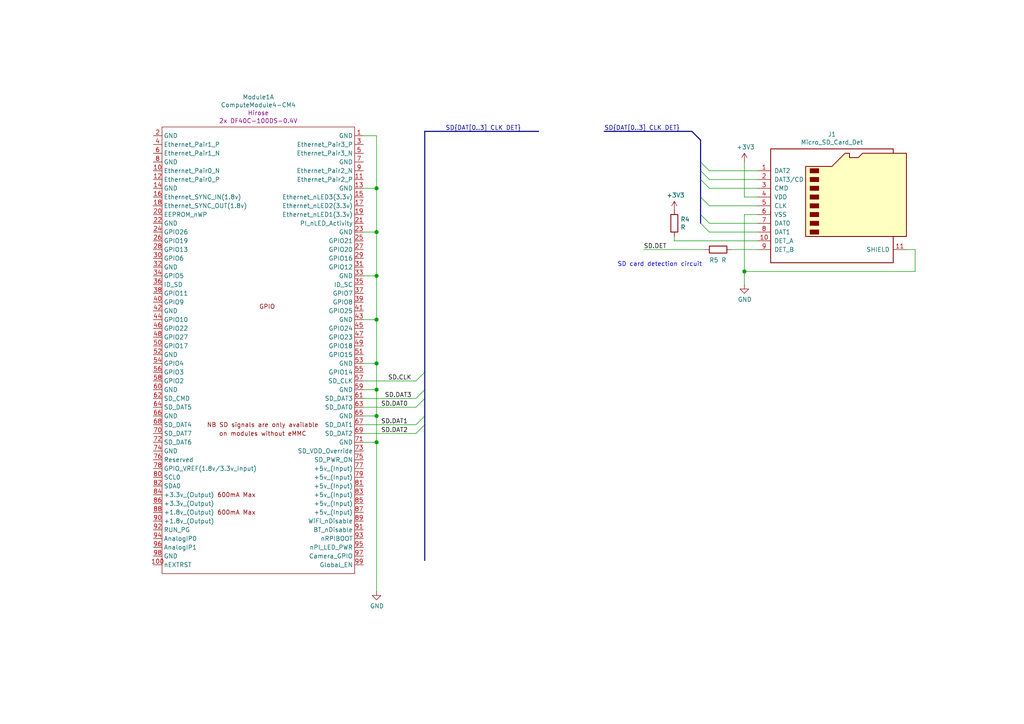
<source format=kicad_sch>
(kicad_sch (version 20201015) (generator eeschema)
  (paper "A4")
  (lib_symbols
    (symbol "Connector:Micro_SD_Card_Det" (pin_names (offset 1.016))
      (property "Reference" "J" (at -16.51 17.78 0))
      (property "Value" "Micro_SD_Card_Det" (at 16.51 17.78 0))
      (symbol "Micro_SD_Card_Det_0_1"
        (rectangle (start -7.62 -6.985) (end -5.08 -8.255) (fill (type outline)))
        (rectangle (start -7.62 -4.445) (end -5.08 -5.715) (fill (type outline)))
        (rectangle (start -7.62 -1.905) (end -5.08 -3.175) (fill (type outline)))
        (rectangle (start -7.62 0.635) (end -5.08 -0.635) (fill (type outline)))
        (rectangle (start -7.62 3.175) (end -5.08 1.905) (fill (type outline)))
        (rectangle (start -7.62 5.715) (end -5.08 4.445) (fill (type outline)))
        (rectangle (start -7.62 8.255) (end -5.08 6.985) (fill (type outline)))
        (rectangle (start -7.62 10.795) (end -5.08 9.525) (fill (type outline)))
        (polyline (pts (xy 16.51 15.24) (xy 16.51 16.51) (xy -19.05 16.51) (xy -19.05 -16.51) (xy 16.51 -16.51) (xy 16.51 -8.89)) (stroke (width 0.254)))
        (polyline (pts (xy -8.89 -8.89) (xy -8.89 11.43) (xy -1.27 11.43) (xy 2.54 15.24) (xy 3.81 15.24) (xy 3.81 13.97) (xy 6.35 13.97) (xy 7.62 15.24) (xy 20.32 15.24) (xy 20.32 -8.89) (xy -8.89 -8.89)) (stroke (width 0.254)) (fill (type background)))
      )
      (symbol "Micro_SD_Card_Det_1_1"
        (pin bidirectional line (at -22.86 10.16 0) (length 3.81) (name "DAT2") (number "1"))
        (pin passive line (at -22.86 -10.16 0) (length 3.81) (name "DET_A") (number "10"))
        (pin passive line (at 20.32 -12.7 180) (length 3.81) (name "SHIELD") (number "11"))
        (pin bidirectional line (at -22.86 7.62 0) (length 3.81) (name "DAT3/CD") (number "2"))
        (pin input line (at -22.86 5.08 0) (length 3.81) (name "CMD") (number "3"))
        (pin power_in line (at -22.86 2.54 0) (length 3.81) (name "VDD") (number "4"))
        (pin input line (at -22.86 0 0) (length 3.81) (name "CLK") (number "5"))
        (pin power_in line (at -22.86 -2.54 0) (length 3.81) (name "VSS") (number "6"))
        (pin bidirectional line (at -22.86 -5.08 0) (length 3.81) (name "DAT0") (number "7"))
        (pin bidirectional line (at -22.86 -7.62 0) (length 3.81) (name "DAT1") (number "8"))
        (pin passive line (at -22.86 -12.7 0) (length 3.81) (name "DET_B") (number "9"))
      )
    )
    (symbol "Device:R" (pin_numbers hide) (pin_names (offset 0))
      (property "Reference" "R" (at 2.032 0 90))
      (property "Value" "R" (at 0 0 90))
      (symbol "R_0_1"
        (rectangle (start -1.016 -2.54) (end 1.016 2.54) (stroke (width 0.254)))
      )
      (symbol "R_1_1"
        (pin passive line (at 0 3.81 270) (length 1.27) (name "~") (number "1"))
        (pin passive line (at 0 -3.81 90) (length 1.27) (name "~") (number "2"))
      )
    )
    (symbol "power:+3.3V" (power) (pin_names (offset 0))
      (property "Value" "+3.3V" (at 0 3.556 0))
      (symbol "+3.3V_0_1"
        (polyline (pts (xy -0.762 1.27) (xy 0 2.54)))
        (polyline (pts (xy 0 0) (xy 0 2.54)))
        (polyline (pts (xy 0 2.54) (xy 0.762 1.27)))
      )
      (symbol "+3.3V_1_1"
        (pin power_in line (at 0 0 90) (length 0) hide (name "+3V3") (number "1"))
      )
    )
    (symbol "power:GND" (power) (pin_names (offset 0))
      (property "Value" "GND" (at 0 -3.81 0))
      (symbol "GND_0_1"
        (polyline (pts (xy 0 0) (xy 0 -1.27) (xy 1.27 -1.27) (xy 0 -2.54) (xy -1.27 -1.27) (xy 0 -1.27)))
      )
      (symbol "GND_1_1"
        (pin power_in line (at 0 0 270) (length 0) hide (name "GND") (number "1"))
      )
    )
    (symbol "symbols:ComputeModule4-CM4"
      (property "Reference" "Module" (at 113.03 -68.58 0))
      (property "Value" "ComputeModule4-CM4" (at 140.97 2.54 0))
      (property "Field4" "Hirose" (at 0 0 0))
      (property "Field5" "2x DF40C-100DS-0.4V" (at 0 -2.54 0))
      (symbol "ComputeModule4-CM4_1_0"
        (text "GPIO" (at 0 6.35 0) (effects (font (size 1.27 1.27))))
      )
      (symbol "ComputeModule4-CM4_1_1"
        (text "600mA Max" (at -8.89 -53.34 0) (effects (font (size 1.27 1.27))))
        (text "600mA Max" (at -8.89 -48.26 0) (effects (font (size 1.27 1.27))))
        (text "NB SD signals are only available" (at -1.27 -27.94 0) (effects (font (size 1.27 1.27))))
        (text "on modules without eMMC" (at -1.27 -30.48 0) (effects (font (size 1.27 1.27))))
        (rectangle (start -30.48 -71.12) (end 25.4 58.42))
        (pin power_in line (at 27.94 55.88 180) (length 2.54) (name "GND") (number "1"))
        (pin passive line (at -33.02 45.72 0) (length 2.54) (name "Ethernet_Pair0_N") (number "10"))
        (pin output line (at -33.02 -68.58 0) (length 2.54) (name "nEXTRST") (number "100"))
        (pin passive line (at 27.94 43.18 180) (length 2.54) (name "Ethernet_Pair2_P") (number "11"))
        (pin passive line (at -33.02 43.18 0) (length 2.54) (name "Ethernet_Pair0_P") (number "12"))
        (pin power_in line (at 27.94 40.64 180) (length 2.54) (name "GND") (number "13"))
        (pin power_in line (at -33.02 40.64 0) (length 2.54) (name "GND") (number "14"))
        (pin output line (at 27.94 38.1 180) (length 2.54) (name "Ethernet_nLED3(3.3v)") (number "15"))
        (pin input line (at -33.02 38.1 0) (length 2.54) (name "Ethernet_SYNC_IN(1.8v)") (number "16"))
        (pin output line (at 27.94 35.56 180) (length 2.54) (name "Ethernet_nLED2(3.3v)") (number "17"))
        (pin input line (at -33.02 35.56 0) (length 2.54) (name "Ethernet_SYNC_OUT(1.8v)") (number "18"))
        (pin output line (at 27.94 33.02 180) (length 2.54) (name "Ethernet_nLED1(3.3v)") (number "19"))
        (pin power_in line (at -33.02 55.88 0) (length 2.54) (name "GND") (number "2"))
        (pin passive line (at -33.02 33.02 0) (length 2.54) (name "EEPROM_nWP") (number "20"))
        (pin open_collector line (at 27.94 30.48 180) (length 2.54) (name "PI_nLED_Activity") (number "21"))
        (pin power_in line (at -33.02 30.48 0) (length 2.54) (name "GND") (number "22"))
        (pin power_in line (at 27.94 27.94 180) (length 2.54) (name "GND") (number "23"))
        (pin passive line (at -33.02 27.94 0) (length 2.54) (name "GPIO26") (number "24"))
        (pin passive line (at 27.94 25.4 180) (length 2.54) (name "GPIO21") (number "25"))
        (pin passive line (at -33.02 25.4 0) (length 2.54) (name "GPIO19") (number "26"))
        (pin passive line (at 27.94 22.86 180) (length 2.54) (name "GPIO20") (number "27"))
        (pin passive line (at -33.02 22.86 0) (length 2.54) (name "GPIO13") (number "28"))
        (pin passive line (at 27.94 20.32 180) (length 2.54) (name "GPIO16") (number "29"))
        (pin passive line (at 27.94 53.34 180) (length 2.54) (name "Ethernet_Pair3_P") (number "3"))
        (pin passive line (at -33.02 20.32 0) (length 2.54) (name "GPIO6") (number "30"))
        (pin passive line (at 27.94 17.78 180) (length 2.54) (name "GPIO12") (number "31"))
        (pin power_in line (at -33.02 17.78 0) (length 2.54) (name "GND") (number "32"))
        (pin power_in line (at 27.94 15.24 180) (length 2.54) (name "GND") (number "33"))
        (pin passive line (at -33.02 15.24 0) (length 2.54) (name "GPIO5") (number "34"))
        (pin passive line (at 27.94 12.7 180) (length 2.54) (name "ID_SC") (number "35"))
        (pin passive line (at -33.02 12.7 0) (length 2.54) (name "ID_SD") (number "36"))
        (pin passive line (at 27.94 10.16 180) (length 2.54) (name "GPIO7") (number "37"))
        (pin passive line (at -33.02 10.16 0) (length 2.54) (name "GPIO11") (number "38"))
        (pin passive line (at 27.94 7.62 180) (length 2.54) (name "GPIO8") (number "39"))
        (pin passive line (at -33.02 53.34 0) (length 2.54) (name "Ethernet_Pair1_P") (number "4"))
        (pin passive line (at -33.02 7.62 0) (length 2.54) (name "GPIO9") (number "40"))
        (pin passive line (at 27.94 5.08 180) (length 2.54) (name "GPIO25") (number "41"))
        (pin power_in line (at -33.02 5.08 0) (length 2.54) (name "GND") (number "42"))
        (pin power_in line (at 27.94 2.54 180) (length 2.54) (name "GND") (number "43"))
        (pin passive line (at -33.02 2.54 0) (length 2.54) (name "GPIO10") (number "44"))
        (pin passive line (at 27.94 0 180) (length 2.54) (name "GPIO24") (number "45"))
        (pin passive line (at -33.02 0 0) (length 2.54) (name "GPIO22") (number "46"))
        (pin passive line (at 27.94 -2.54 180) (length 2.54) (name "GPIO23") (number "47"))
        (pin passive line (at -33.02 -2.54 0) (length 2.54) (name "GPIO27") (number "48"))
        (pin passive line (at 27.94 -5.08 180) (length 2.54) (name "GPIO18") (number "49"))
        (pin passive line (at 27.94 50.8 180) (length 2.54) (name "Ethernet_Pair3_N") (number "5"))
        (pin passive line (at -33.02 -5.08 0) (length 2.54) (name "GPIO17") (number "50"))
        (pin passive line (at 27.94 -7.62 180) (length 2.54) (name "GPIO15") (number "51"))
        (pin power_in line (at -33.02 -7.62 0) (length 2.54) (name "GND") (number "52"))
        (pin power_in line (at 27.94 -10.16 180) (length 2.54) (name "GND") (number "53"))
        (pin passive line (at -33.02 -10.16 0) (length 2.54) (name "GPIO4") (number "54"))
        (pin passive line (at 27.94 -12.7 180) (length 2.54) (name "GPIO14") (number "55"))
        (pin passive line (at -33.02 -12.7 0) (length 2.54) (name "GPIO3") (number "56"))
        (pin passive line (at 27.94 -15.24 180) (length 2.54) (name "SD_CLK") (number "57"))
        (pin passive line (at -33.02 -15.24 0) (length 2.54) (name "GPIO2") (number "58"))
        (pin power_in line (at 27.94 -17.78 180) (length 2.54) (name "GND") (number "59"))
        (pin passive line (at -33.02 50.8 0) (length 2.54) (name "Ethernet_Pair1_N") (number "6"))
        (pin power_in line (at -33.02 -17.78 0) (length 2.54) (name "GND") (number "60"))
        (pin passive line (at 27.94 -20.32 180) (length 2.54) (name "SD_DAT3") (number "61"))
        (pin passive line (at -33.02 -20.32 0) (length 2.54) (name "SD_CMD") (number "62"))
        (pin passive line (at 27.94 -22.86 180) (length 2.54) (name "SD_DAT0") (number "63"))
        (pin passive line (at -33.02 -22.86 0) (length 2.54) (name "SD_DAT5") (number "64"))
        (pin power_in line (at 27.94 -25.4 180) (length 2.54) (name "GND") (number "65"))
        (pin power_in line (at -33.02 -25.4 0) (length 2.54) (name "GND") (number "66"))
        (pin passive line (at 27.94 -27.94 180) (length 2.54) (name "SD_DAT1") (number "67"))
        (pin passive line (at -33.02 -27.94 0) (length 2.54) (name "SD_DAT4") (number "68"))
        (pin passive line (at 27.94 -30.48 180) (length 2.54) (name "SD_DAT2") (number "69"))
        (pin power_in line (at 27.94 48.26 180) (length 2.54) (name "GND") (number "7"))
        (pin passive line (at -33.02 -30.48 0) (length 2.54) (name "SD_DAT7") (number "70"))
        (pin power_in line (at 27.94 -33.02 180) (length 2.54) (name "GND") (number "71"))
        (pin passive line (at -33.02 -33.02 0) (length 2.54) (name "SD_DAT6") (number "72"))
        (pin input line (at 27.94 -35.56 180) (length 2.54) (name "SD_VDD_Override") (number "73"))
        (pin power_in line (at -33.02 -35.56 0) (length 2.54) (name "GND") (number "74"))
        (pin output line (at 27.94 -38.1 180) (length 2.54) (name "SD_PWR_ON") (number "75"))
        (pin passive line (at -33.02 -38.1 0) (length 2.54) (name "Reserved") (number "76"))
        (pin power_in line (at 27.94 -40.64 180) (length 2.54) (name "+5v_(Input)") (number "77"))
        (pin power_in line (at -33.02 -40.64 0) (length 2.54) (name "GPIO_VREF(1.8v/3.3v_Input)") (number "78"))
        (pin power_in line (at 27.94 -43.18 180) (length 2.54) (name "+5v_(Input)") (number "79"))
        (pin power_in line (at -33.02 48.26 0) (length 2.54) (name "GND") (number "8"))
        (pin passive line (at -33.02 -43.18 0) (length 2.54) (name "SCL0") (number "80"))
        (pin power_in line (at 27.94 -45.72 180) (length 2.54) (name "+5v_(Input)") (number "81"))
        (pin passive line (at -33.02 -45.72 0) (length 2.54) (name "SDA0") (number "82"))
        (pin power_in line (at 27.94 -48.26 180) (length 2.54) (name "+5v_(Input)") (number "83"))
        (pin power_out line (at -33.02 -48.26 0) (length 2.54) (name "+3.3v_(Output)") (number "84"))
        (pin power_in line (at 27.94 -50.8 180) (length 2.54) (name "+5v_(Input)") (number "85"))
        (pin power_out line (at -33.02 -50.8 0) (length 2.54) (name "+3.3v_(Output)") (number "86"))
        (pin power_in line (at 27.94 -53.34 180) (length 2.54) (name "+5v_(Input)") (number "87"))
        (pin power_out line (at -33.02 -53.34 0) (length 2.54) (name "+1.8v_(Output)") (number "88"))
        (pin power_in line (at 27.94 -55.88 180) (length 2.54) (name "WiFi_nDisable") (number "89"))
        (pin passive line (at 27.94 45.72 180) (length 2.54) (name "Ethernet_Pair2_N") (number "9"))
        (pin power_out line (at -33.02 -55.88 0) (length 2.54) (name "+1.8v_(Output)") (number "90"))
        (pin power_in line (at 27.94 -58.42 180) (length 2.54) (name "BT_nDisable") (number "91"))
        (pin passive line (at -33.02 -58.42 0) (length 2.54) (name "RUN_PG") (number "92"))
        (pin input line (at 27.94 -60.96 180) (length 2.54) (name "nRPIBOOT") (number "93"))
        (pin passive line (at -33.02 -60.96 0) (length 2.54) (name "AnalogIP0") (number "94"))
        (pin output line (at 27.94 -63.5 180) (length 2.54) (name "nPI_LED_PWR") (number "95"))
        (pin passive line (at -33.02 -63.5 0) (length 2.54) (name "AnalogIP1") (number "96"))
        (pin passive line (at 27.94 -66.04 180) (length 2.54) (name "Camera_GPIO") (number "97"))
        (pin power_in line (at -33.02 -66.04 0) (length 2.54) (name "GND") (number "98"))
        (pin input line (at 27.94 -68.58 180) (length 2.54) (name "Global_EN") (number "99"))
      )
      (symbol "ComputeModule4-CM4_2_1"
        (text "High Speed Serial" (at 140.97 0 0) (effects (font (size 1.27 1.27))))
        (rectangle (start 114.3 -66.04) (end 165.1 63.5))
        (pin input line (at 170.18 60.96 180) (length 5.08) (name "USB_OTG_ID") (number "101"))
        (pin input line (at 109.22 60.96 0) (length 5.08) (name "PCIe_CLK_nREQ") (number "102"))
        (pin passive line (at 170.18 58.42 180) (length 5.08) (name "USB2_N") (number "103"))
        (pin passive line (at 109.22 58.42 0) (length 5.08) (name "Reserved") (number "104"))
        (pin passive line (at 170.18 55.88 180) (length 5.08) (name "USB2_P") (number "105"))
        (pin passive line (at 109.22 55.88 0) (length 5.08) (name "Reserved") (number "106"))
        (pin power_in line (at 170.18 53.34 180) (length 5.08) (name "GND") (number "107"))
        (pin power_in line (at 109.22 53.34 0) (length 5.08) (name "GND") (number "108"))
        (pin bidirectional line (at 170.18 50.8 180) (length 5.08) (name "PCIe_nRST") (number "109"))
        (pin output line (at 109.22 50.8 0) (length 5.08) (name "PCIe_CLK_P") (number "110"))
        (pin passive line (at 170.18 48.26 180) (length 5.08) (name "VDAC_COMP") (number "111"))
        (pin output line (at 109.22 48.26 0) (length 5.08) (name "PCIe_CLK_N") (number "112"))
        (pin power_in line (at 170.18 45.72 180) (length 5.08) (name "GND") (number "113"))
        (pin power_in line (at 109.22 45.72 0) (length 5.08) (name "GND") (number "114"))
        (pin input line (at 170.18 43.18 180) (length 5.08) (name "CAM1_D0_N") (number "115"))
        (pin input line (at 109.22 43.18 0) (length 5.08) (name "PCIe_RX_P") (number "116"))
        (pin input line (at 170.18 40.64 180) (length 5.08) (name "CAM1_D0_P") (number "117"))
        (pin input line (at 109.22 40.64 0) (length 5.08) (name "PCIe_RX_N") (number "118"))
        (pin power_in line (at 170.18 38.1 180) (length 5.08) (name "GND") (number "119"))
        (pin power_in line (at 109.22 38.1 0) (length 5.08) (name "GND") (number "120"))
        (pin input line (at 170.18 35.56 180) (length 5.08) (name "CAM1_D1_N") (number "121"))
        (pin output line (at 109.22 35.56 0) (length 5.08) (name "PCIe_TX_P") (number "122"))
        (pin input line (at 170.18 33.02 180) (length 5.08) (name "CAM1_D1_P") (number "123"))
        (pin output line (at 109.22 33.02 0) (length 5.08) (name "PCIe_TX_N") (number "124"))
        (pin power_in line (at 170.18 30.48 180) (length 5.08) (name "GND") (number "125"))
        (pin power_in line (at 109.22 30.48 0) (length 5.08) (name "GND") (number "126"))
        (pin input line (at 170.18 27.94 180) (length 5.08) (name "CAM1_C_N") (number "127"))
        (pin input line (at 109.22 27.94 0) (length 5.08) (name "CAM0_D0_N") (number "128"))
        (pin input line (at 170.18 25.4 180) (length 5.08) (name "CAM1_C_P") (number "129"))
        (pin input line (at 109.22 25.4 0) (length 5.08) (name "CAM0_D0_P") (number "130"))
        (pin power_in line (at 170.18 22.86 180) (length 5.08) (name "GND") (number "131"))
        (pin power_in line (at 109.22 22.86 0) (length 5.08) (name "GND") (number "132"))
        (pin input line (at 170.18 20.32 180) (length 5.08) (name "CAM1_D2_N") (number "133"))
        (pin input line (at 109.22 20.32 0) (length 5.08) (name "CAM0_D1_N") (number "134"))
        (pin input line (at 170.18 17.78 180) (length 5.08) (name "CAM1_D2_P") (number "135"))
        (pin input line (at 109.22 17.78 0) (length 5.08) (name "CAM0_D1_P") (number "136"))
        (pin power_in line (at 170.18 15.24 180) (length 5.08) (name "GND") (number "137"))
        (pin power_in line (at 109.22 15.24 0) (length 5.08) (name "GND") (number "138"))
        (pin input line (at 170.18 12.7 180) (length 5.08) (name "CAM1_D3_N") (number "139"))
        (pin input line (at 109.22 12.7 0) (length 5.08) (name "CAM0_C_N") (number "140"))
        (pin input line (at 170.18 10.16 180) (length 5.08) (name "CAM1_D3_P") (number "141"))
        (pin input line (at 109.22 10.16 0) (length 5.08) (name "CAM0_C_P") (number "142"))
        (pin input line (at 170.18 7.62 180) (length 5.08) (name "HDMI1_HOTPLUG") (number "143"))
        (pin power_in line (at 109.22 7.62 0) (length 5.08) (name "GND") (number "144"))
        (pin bidirectional line (at 170.18 5.08 180) (length 5.08) (name "HDMI1_SDA") (number "145"))
        (pin output line (at 109.22 5.08 0) (length 5.08) (name "HDMI1_TX2_P") (number "146"))
        (pin open_collector line (at 170.18 2.54 180) (length 5.08) (name "HDMI1_SCL") (number "147"))
        (pin output line (at 109.22 2.54 0) (length 5.08) (name "HDMI1_TX2_N") (number "148"))
        (pin open_collector line (at 170.18 0 180) (length 5.08) (name "HDMI1_CEC") (number "149"))
        (pin power_in line (at 109.22 0 0) (length 5.08) (name "GND") (number "150"))
        (pin open_collector line (at 170.18 -2.54 180) (length 5.08) (name "HDMI0_CEC") (number "151"))
        (pin output line (at 109.22 -2.54 0) (length 5.08) (name "HDMI1_TX1_P") (number "152"))
        (pin input line (at 170.18 -5.08 180) (length 5.08) (name "HDMI0_HOTPLUG") (number "153"))
        (pin output line (at 109.22 -5.08 0) (length 5.08) (name "HDMI1_TX1_N") (number "154"))
        (pin power_in line (at 170.18 -7.62 180) (length 5.08) (name "GND") (number "155"))
        (pin power_in line (at 109.22 -7.62 0) (length 5.08) (name "GND") (number "156"))
        (pin output line (at 170.18 -10.16 180) (length 5.08) (name "DSI0_D0_N") (number "157"))
        (pin output line (at 109.22 -10.16 0) (length 5.08) (name "HDMI1_TX0_P") (number "158"))
        (pin output line (at 170.18 -12.7 180) (length 5.08) (name "DSI0_D0_P") (number "159"))
        (pin output line (at 109.22 -12.7 0) (length 5.08) (name "HDMI1_TX0_N") (number "160"))
        (pin power_in line (at 170.18 -15.24 180) (length 5.08) (name "GND") (number "161"))
        (pin power_in line (at 109.22 -15.24 0) (length 5.08) (name "GND") (number "162"))
        (pin output line (at 170.18 -17.78 180) (length 5.08) (name "DSI0_D1_N") (number "163"))
        (pin output line (at 109.22 -17.78 0) (length 5.08) (name "HDMI1_CLK_P") (number "164"))
        (pin output line (at 170.18 -20.32 180) (length 5.08) (name "DSI0_D1_P") (number "165"))
        (pin output line (at 109.22 -20.32 0) (length 5.08) (name "HDMI1_CLK_N") (number "166"))
        (pin power_in line (at 170.18 -22.86 180) (length 5.08) (name "GND") (number "167"))
        (pin power_in line (at 109.22 -22.86 0) (length 5.08) (name "GND") (number "168"))
        (pin output line (at 170.18 -25.4 180) (length 5.08) (name "DSI0_C_N") (number "169"))
        (pin output line (at 109.22 -25.4 0) (length 5.08) (name "HDMI0_TX2_P") (number "170"))
        (pin output line (at 170.18 -27.94 180) (length 5.08) (name "DSI0_C_P") (number "171"))
        (pin output line (at 109.22 -27.94 0) (length 5.08) (name "HDMI0_TX2_N") (number "172"))
        (pin power_in line (at 170.18 -30.48 180) (length 5.08) (name "GND") (number "173"))
        (pin power_in line (at 109.22 -30.48 0) (length 5.08) (name "GND") (number "174"))
        (pin output line (at 170.18 -33.02 180) (length 5.08) (name "DSI1_D0_N") (number "175"))
        (pin output line (at 109.22 -33.02 0) (length 5.08) (name "HDMI0_TX1_P") (number "176"))
        (pin output line (at 170.18 -35.56 180) (length 5.08) (name "DSI1_D0_P") (number "177"))
        (pin output line (at 109.22 -35.56 0) (length 5.08) (name "HDMI0_TX1_N") (number "178"))
        (pin power_in line (at 170.18 -38.1 180) (length 5.08) (name "GND") (number "179"))
        (pin power_in line (at 109.22 -38.1 0) (length 5.08) (name "GND") (number "180"))
        (pin output line (at 170.18 -40.64 180) (length 5.08) (name "DSI1_D1_N") (number "181"))
        (pin output line (at 109.22 -40.64 0) (length 5.08) (name "HDMI0_TX0_P") (number "182"))
        (pin output line (at 170.18 -43.18 180) (length 5.08) (name "DSI1_D1_P") (number "183"))
        (pin output line (at 109.22 -43.18 0) (length 5.08) (name "HDMI0_TX0_N") (number "184"))
        (pin power_in line (at 170.18 -45.72 180) (length 5.08) (name "GND") (number "185"))
        (pin power_in line (at 109.22 -45.72 0) (length 5.08) (name "GND") (number "186"))
        (pin output line (at 170.18 -48.26 180) (length 5.08) (name "DSI1_C_N") (number "187"))
        (pin output line (at 109.22 -48.26 0) (length 5.08) (name "HDMI0_CLK_P") (number "188"))
        (pin output line (at 170.18 -50.8 180) (length 5.08) (name "DSI1_C_P") (number "189"))
        (pin output line (at 109.22 -50.8 0) (length 5.08) (name "HDMI0_CLK_N") (number "190"))
        (pin power_in line (at 170.18 -53.34 180) (length 5.08) (name "GND") (number "191"))
        (pin power_in line (at 109.22 -53.34 0) (length 5.08) (name "GND") (number "192"))
        (pin output line (at 170.18 -55.88 180) (length 5.08) (name "DSI1_D2_N") (number "193"))
        (pin output line (at 109.22 -55.88 0) (length 5.08) (name "DSI1_D3_N") (number "194"))
        (pin output line (at 170.18 -58.42 180) (length 5.08) (name "DSI1_D2_P") (number "195"))
        (pin output line (at 109.22 -58.42 0) (length 5.08) (name "DSI1_D3_P") (number "196"))
        (pin power_in line (at 170.18 -60.96 180) (length 5.08) (name "GND") (number "197"))
        (pin power_in line (at 109.22 -60.96 0) (length 5.08) (name "GND") (number "198"))
        (pin bidirectional line (at 170.18 -63.5 180) (length 5.08) (name "HDMI0_SDA") (number "199"))
        (pin open_collector line (at 109.22 -63.5 0) (length 5.08) (name "HDMI0_SCL") (number "200"))
      )
    )
  )
  (junction (at 109.22 54.61) (diameter 1.016))
  (junction (at 109.22 67.31) (diameter 1.016))
  (junction (at 109.22 80.01) (diameter 1.016))
  (junction (at 109.22 92.71) (diameter 1.016))
  (junction (at 109.22 105.41) (diameter 1.016))
  (junction (at 109.22 113.03) (diameter 1.016))
  (junction (at 109.22 120.65) (diameter 1.016))
  (junction (at 109.22 128.27) (diameter 1.016))
  (junction (at 215.9 78.74) (diameter 1.016))
  (bus_entry (at 123.19 107.95) (size -2.54 2.54) (stroke (width 0.1524)))
  (bus_entry (at 123.19 113.03) (size -2.54 2.54) (stroke (width 0.1524)))
  (bus_entry (at 123.19 115.57) (size -2.54 2.54) (stroke (width 0.1524)))
  (bus_entry (at 123.19 120.65) (size -2.54 2.54) (stroke (width 0.1524)))
  (bus_entry (at 123.19 123.19) (size -2.54 2.54) (stroke (width 0.1524)))
  (bus_entry (at 203.2 46.99) (size 2.54 2.54) (stroke (width 0.1524)))
  (bus_entry (at 203.2 49.53) (size 2.54 2.54) (stroke (width 0.1524)))
  (bus_entry (at 203.2 52.07) (size 2.54 2.54) (stroke (width 0.1524)))
  (bus_entry (at 203.2 57.15) (size 2.54 2.54) (stroke (width 0.1524)))
  (bus_entry (at 203.2 62.23) (size 2.54 2.54) (stroke (width 0.1524)))
  (bus_entry (at 203.2 64.77) (size 2.54 2.54) (stroke (width 0.1524)))
  (wire (pts (xy 105.41 39.37) (xy 109.22 39.37)))
  (wire (pts (xy 105.41 54.61) (xy 109.22 54.61)))
  (wire (pts (xy 105.41 67.31) (xy 109.22 67.31)))
  (wire (pts (xy 105.41 80.01) (xy 109.22 80.01)))
  (wire (pts (xy 105.41 92.71) (xy 109.22 92.71)))
  (wire (pts (xy 105.41 105.41) (xy 109.22 105.41)))
  (wire (pts (xy 105.41 110.49) (xy 120.65 110.49)))
  (wire (pts (xy 105.41 113.03) (xy 109.22 113.03)))
  (wire (pts (xy 105.41 115.57) (xy 120.65 115.57)))
  (wire (pts (xy 105.41 118.11) (xy 120.65 118.11)))
  (wire (pts (xy 105.41 120.65) (xy 109.22 120.65)))
  (wire (pts (xy 105.41 123.19) (xy 120.65 123.19)))
  (wire (pts (xy 105.41 125.73) (xy 120.65 125.73)))
  (wire (pts (xy 105.41 128.27) (xy 109.22 128.27)))
  (wire (pts (xy 109.22 39.37) (xy 109.22 54.61)))
  (wire (pts (xy 109.22 54.61) (xy 109.22 67.31)))
  (wire (pts (xy 109.22 67.31) (xy 109.22 80.01)))
  (wire (pts (xy 109.22 80.01) (xy 109.22 92.71)))
  (wire (pts (xy 109.22 92.71) (xy 109.22 105.41)))
  (wire (pts (xy 109.22 105.41) (xy 109.22 113.03)))
  (wire (pts (xy 109.22 113.03) (xy 109.22 120.65)))
  (wire (pts (xy 109.22 120.65) (xy 109.22 128.27)))
  (wire (pts (xy 109.22 128.27) (xy 109.22 171.45)))
  (wire (pts (xy 186.69 72.39) (xy 204.47 72.39)))
  (wire (pts (xy 195.58 68.58) (xy 195.58 69.85)))
  (wire (pts (xy 195.58 69.85) (xy 219.71 69.85)))
  (wire (pts (xy 205.74 49.53) (xy 219.71 49.53)))
  (wire (pts (xy 205.74 52.07) (xy 219.71 52.07)))
  (wire (pts (xy 205.74 54.61) (xy 219.71 54.61)))
  (wire (pts (xy 205.74 59.69) (xy 219.71 59.69)))
  (wire (pts (xy 205.74 64.77) (xy 219.71 64.77)))
  (wire (pts (xy 205.74 67.31) (xy 219.71 67.31)))
  (wire (pts (xy 212.09 72.39) (xy 219.71 72.39)))
  (wire (pts (xy 215.9 46.99) (xy 215.9 57.15)))
  (wire (pts (xy 215.9 62.23) (xy 215.9 78.74)))
  (wire (pts (xy 215.9 78.74) (xy 215.9 82.55)))
  (wire (pts (xy 215.9 78.74) (xy 265.43 78.74)))
  (wire (pts (xy 219.71 57.15) (xy 215.9 57.15)))
  (wire (pts (xy 219.71 62.23) (xy 215.9 62.23)))
  (wire (pts (xy 262.89 72.39) (xy 265.43 72.39)))
  (wire (pts (xy 265.43 72.39) (xy 265.43 78.74)))
  (bus (pts (xy 123.19 38.1) (xy 123.19 107.95)))
  (bus (pts (xy 123.19 38.1) (xy 156.21 38.1)))
  (bus (pts (xy 123.19 113.03) (xy 123.19 107.95)))
  (bus (pts (xy 123.19 115.57) (xy 123.19 113.03)))
  (bus (pts (xy 123.19 120.65) (xy 123.19 115.57)))
  (bus (pts (xy 123.19 123.19) (xy 123.19 120.65)))
  (bus (pts (xy 123.19 162.56) (xy 123.19 123.19)))
  (bus (pts (xy 175.26 38.1) (xy 200.66 38.1)))
  (bus (pts (xy 200.66 38.1) (xy 203.2 40.64)))
  (bus (pts (xy 203.2 46.99) (xy 203.2 40.64)))
  (bus (pts (xy 203.2 49.53) (xy 203.2 46.99)))
  (bus (pts (xy 203.2 52.07) (xy 203.2 49.53)))
  (bus (pts (xy 203.2 57.15) (xy 203.2 52.07)))
  (bus (pts (xy 203.2 62.23) (xy 203.2 57.15)))
  (bus (pts (xy 203.2 64.77) (xy 203.2 62.23)))
  (text "SD card detection circuit" (at 179.07 77.47 0) (effects (font (size 1.27 1.27)) (justify left bottom)))
  (label "SD.DAT0" (at 110.49 118.11 0))
  (label "SD.DAT1" (at 110.49 123.19 0))
  (label "SD.DAT2" (at 110.49 125.73 0))
  (label "SD.CLK" (at 119.38 110.49 180))
  (label "SD.DAT3" (at 119.38 115.57 180))
  (label "SD{DAT[0..3] CLK DET}" (at 151.13 38.1 180))
  (label "SD{DAT[0..3] CLK DET}" (at 175.26 38.1 0))
  (label "SD.DET" (at 186.69 72.39 0))
  (symbol (lib_id "power:+3.3V") (at 195.58 60.96 0) (unit 1)
    (property "Reference" "#PWR05" (effects hide))
    (property "Value" "+3.3V" (at 195.9483 56.6356 0))
  )
  (symbol (lib_id "power:+3.3V") (at 215.9 46.99 0) (unit 1)
    (property "Reference" "#PWR06" (effects hide))
    (property "Value" "+3.3V" (at 216.2683 42.6656 0))
  )
  (symbol (lib_id "power:GND") (at 109.22 171.45 0) (unit 1)
    (property "Reference" "#PWR04" (effects hide))
    (property "Value" "GND" (at 109.3343 175.7744 0))
  )
  (symbol (lib_id "power:GND") (at 215.9 82.55 0) (unit 1)
    (property "Reference" "#PWR07" (effects hide))
    (property "Value" "GND" (at 216.0143 86.8744 0))
  )
  (symbol (lib_id "Device:R") (at 195.58 64.77 0) (unit 1)
    (property "Reference" "R4" (at 197.3581 63.6206 0) (effects (justify left)))
    (property "Value" "R" (at 197.3581 65.9193 0) (effects (justify left)))
  )
  (symbol (lib_id "Device:R") (at 208.28 72.39 90) (mirror x) (unit 1)
    (property "Reference" "R5" (at 208.4006 75.4381 90) (effects (justify left)))
    (property "Value" "R" (at 210.6993 75.4381 90) (effects (justify left)))
  )
  (symbol (lib_id "Connector:Micro_SD_Card_Det") (at 242.57 59.69 0) (unit 1)
    (property "Reference" "J1" (at 241.3 38.9698 0))
    (property "Value" "Micro_SD_Card_Det" (at 241.3 41.2685 0))
    (property "Datasheet" "https://www.hirose.com/product/en/download_file/key_name/DM3/category/Catalog/doc_file_id/49662/?file_category_id=4&item_id=195&is_series=1" (effects hide))
  )
  (symbol (lib_id "symbols:ComputeModule4-CM4") (at 77.47 95.25 0) (unit 1)
    (property "Reference" "Module1" (at 74.93 28.1494 0))
    (property "Value" "ComputeModule4-CM4" (at 74.93 30.4481 0))
    (property "Footprint" "footprints:Raspberry-Pi-4-Compute-Module" (effects hide))
    (property "Datasheet" "https://datasheets.raspberrypi.org/cm4/cm4-datasheet.pdf" (effects hide))
    (property "Field4" "Hirose" (at 74.93 32.7468 0))
    (property "Field5" "2x DF40C-100DS-0.4V" (at 74.93 35.0455 0))
  )
)
</source>
